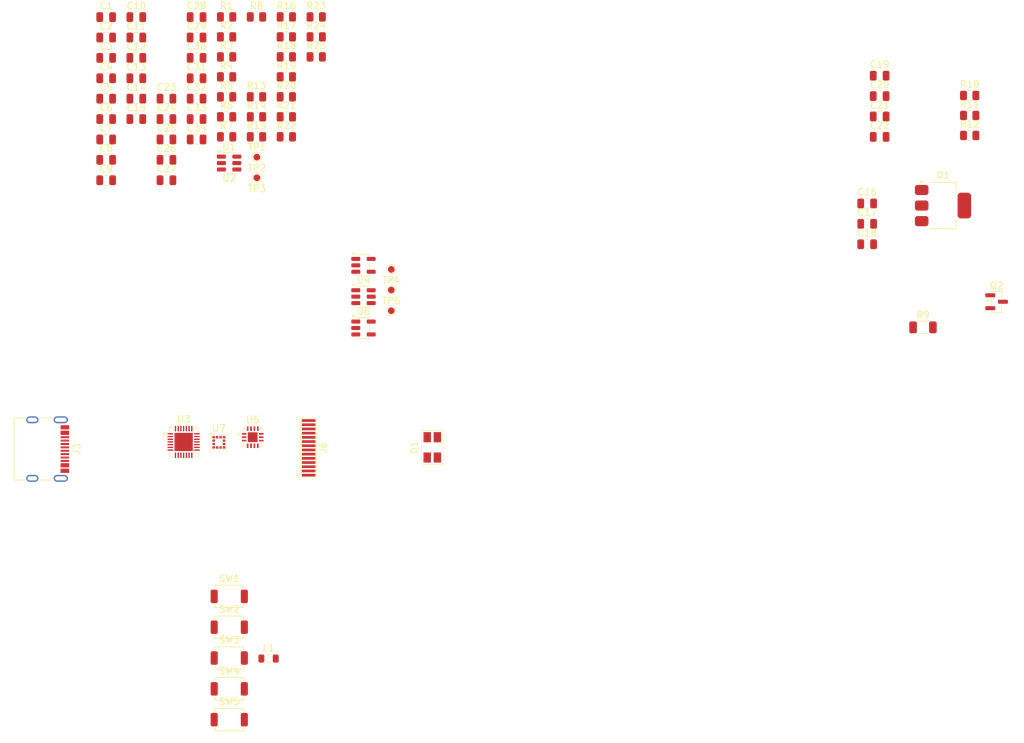
<source format=kicad_pcb>
(kicad_pcb
	(version 20241229)
	(generator "pcbnew")
	(generator_version "9.0")
	(general
		(thickness 1.6)
		(legacy_teardrops no)
	)
	(paper "A4")
	(layers
		(0 "F.Cu" signal)
		(2 "B.Cu" signal)
		(9 "F.Adhes" user "F.Adhesive")
		(11 "B.Adhes" user "B.Adhesive")
		(13 "F.Paste" user)
		(15 "B.Paste" user)
		(5 "F.SilkS" user "F.Silkscreen")
		(7 "B.SilkS" user "B.Silkscreen")
		(1 "F.Mask" user)
		(3 "B.Mask" user)
		(17 "Dwgs.User" user "User.Drawings")
		(19 "Cmts.User" user "User.Comments")
		(21 "Eco1.User" user "User.Eco1")
		(23 "Eco2.User" user "User.Eco2")
		(25 "Edge.Cuts" user)
		(27 "Margin" user)
		(31 "F.CrtYd" user "F.Courtyard")
		(29 "B.CrtYd" user "B.Courtyard")
		(35 "F.Fab" user)
		(33 "B.Fab" user)
		(39 "User.1" user)
		(41 "User.2" user)
		(43 "User.3" user)
		(45 "User.4" user)
	)
	(setup
		(pad_to_mask_clearance 0)
		(allow_soldermask_bridges_in_footprints no)
		(tenting front back)
		(pcbplotparams
			(layerselection 0x00000000_00000000_55555555_5755f5ff)
			(plot_on_all_layers_selection 0x00000000_00000000_00000000_00000000)
			(disableapertmacros no)
			(usegerberextensions no)
			(usegerberattributes yes)
			(usegerberadvancedattributes yes)
			(creategerberjobfile yes)
			(dashed_line_dash_ratio 12.000000)
			(dashed_line_gap_ratio 3.000000)
			(svgprecision 4)
			(plotframeref no)
			(mode 1)
			(useauxorigin no)
			(hpglpennumber 1)
			(hpglpenspeed 20)
			(hpglpendiameter 15.000000)
			(pdf_front_fp_property_popups yes)
			(pdf_back_fp_property_popups yes)
			(pdf_metadata yes)
			(pdf_single_document no)
			(dxfpolygonmode yes)
			(dxfimperialunits yes)
			(dxfusepcbnewfont yes)
			(psnegative no)
			(psa4output no)
			(plot_black_and_white yes)
			(sketchpadsonfab no)
			(plotpadnumbers no)
			(hidednponfab no)
			(sketchdnponfab yes)
			(crossoutdnponfab yes)
			(subtractmaskfromsilk no)
			(outputformat 1)
			(mirror no)
			(drillshape 1)
			(scaleselection 1)
			(outputdirectory "")
		)
	)
	(net 0 "")
	(net 1 "+3.3V")
	(net 2 "GND")
	(net 3 "VBUS")
	(net 4 "Net-(U4-SW)")
	(net 5 "Net-(U4-BST)")
	(net 6 "Net-(U4-FB)")
	(net 7 "/NRST")
	(net 8 "/BTN1")
	(net 9 "/BTN2")
	(net 10 "/BTN3")
	(net 11 "/TC_FB")
	(net 12 "Net-(U6--)")
	(net 13 "Net-(J6-Pin_2)")
	(net 14 "Net-(J6-Pin_1)")
	(net 15 "Net-(J6-Pin_4)")
	(net 16 "Net-(J6-Pin_3)")
	(net 17 "Net-(J6-Pin_14)")
	(net 18 "Net-(J6-Pin_13)")
	(net 19 "/BOOTSEL")
	(net 20 "Net-(D1-A2)")
	(net 21 "Net-(D1-A1)")
	(net 22 "/SCL")
	(net 23 "unconnected-(J6-Pin_6-Pad6)")
	(net 24 "/DISP_NRST")
	(net 25 "Net-(J6-Pin_12)")
	(net 26 "/SDA")
	(net 27 "/SHUNT_L")
	(net 28 "Net-(Q1-G)")
	(net 29 "/TIP_H")
	(net 30 "Net-(Q2-C)")
	(net 31 "Net-(Q2-B)")
	(net 32 "Net-(J3-SHIELD)")
	(net 33 "/SWDIO")
	(net 34 "Net-(J3-D--PadA7)")
	(net 35 "/D-")
	(net 36 "/D+")
	(net 37 "Net-(J3-D+-PadA6)")
	(net 38 "/HEATER_ON")
	(net 39 "Net-(U2-+)")
	(net 40 "Net-(U2--)")
	(net 41 "/CURR_FB")
	(net 42 "/VBUS_FB")
	(net 43 "/TIP_K")
	(net 44 "Net-(U6-+)")
	(net 45 "Net-(R23-Pad2)")
	(net 46 "/LED_B")
	(net 47 "/LED_A")
	(net 48 "/PA15")
	(net 49 "/PD0")
	(net 50 "/PD1")
	(net 51 "/CC2")
	(net 52 "/CC1")
	(net 53 "/LED_RING")
	(net 54 "/ACC_INT1")
	(net 55 "/SWCLK")
	(net 56 "/INT_N")
	(net 57 "/ACC_INT2")
	(net 58 "unconnected-(U7-~{CS}-Pad10)")
	(footprint "Capacitor_SMD:C_0805_2012Metric" (layer "F.Cu") (at 114.05 28.51))
	(footprint "Capacitor_SMD:C_0805_2012Metric" (layer "F.Cu") (at 109.6 40.55))
	(footprint "Package_TO_SOT_SMD:SOT-23-6" (layer "F.Cu") (at 127.75 41.025))
	(footprint "Resistor_SMD:R_0805_2012Metric" (layer "F.Cu") (at 136.2 31.25))
	(footprint "Button_Switch_SMD:SW_SPST_TS-1088-xR020" (layer "F.Cu") (at 127.775 105))
	(footprint "Package_TO_SOT_SMD:SOT-23-5" (layer "F.Cu") (at 147.5925 56.125))
	(footprint "Resistor_SMD:R_0805_2012Metric" (layer "F.Cu") (at 127.38 37.15))
	(footprint "Capacitor_SMD:C_0805_2012Metric" (layer "F.Cu") (at 221.95 53.01))
	(footprint "Resistor_SMD:R_0805_2012Metric" (layer "F.Cu") (at 127.38 34.2))
	(footprint "Capacitor_SMD:C_0805_2012Metric" (layer "F.Cu") (at 122.95 22.49))
	(footprint "Capacitor_SMD:C_0805_2012Metric" (layer "F.Cu") (at 122.95 28.51))
	(footprint "Capacitor_SMD:C_0805_2012Metric" (layer "F.Cu") (at 109.6 31.52))
	(footprint "Inductor_SMD:L_0805_2012Metric" (layer "F.Cu") (at 133.575 114.18))
	(footprint "Resistor_SMD:R_0805_2012Metric" (layer "F.Cu") (at 136.2 37.15))
	(footprint "Capacitor_SMD:C_0805_2012Metric" (layer "F.Cu") (at 221.95 46.99))
	(footprint "Resistor_SMD:R_0805_2012Metric" (layer "F.Cu") (at 136.2 28.3))
	(footprint "Package_TO_SOT_SMD:SOT-23-5" (layer "F.Cu") (at 147.5925 65.375))
	(footprint "TestPoint:TestPoint_Pad_D1.0mm" (layer "F.Cu") (at 151.6925 56.725))
	(footprint "Capacitor_SMD:C_0805_2012Metric" (layer "F.Cu") (at 114.05 34.53))
	(footprint "Capacitor_SMD:C_0805_2012Metric" (layer "F.Cu") (at 223.7975 28.13))
	(footprint "Resistor_SMD:R_0805_2012Metric" (layer "F.Cu") (at 140.61 19.45))
	(footprint "Capacitor_SMD:C_0805_2012Metric" (layer "F.Cu") (at 114.05 19.48))
	(footprint "TestPoint:TestPoint_Pad_D1.0mm" (layer "F.Cu") (at 131.85 40.15))
	(footprint "Connector_USB:USB_C_Receptacle_G-Switch_GT-USB-7010ASV" (layer "F.Cu") (at 99.775 83.25 -90))
	(footprint "Resistor_SMD:R_0805_2012Metric" (layer "F.Cu") (at 127.38 25.35))
	(footprint "Capacitor_SMD:C_0805_2012Metric" (layer "F.Cu") (at 122.95 25.5))
	(footprint "Resistor_SMD:R_0805_2012Metric" (layer "F.Cu") (at 237.0875 34))
	(footprint "Capacitor_SMD:C_0805_2012Metric" (layer "F.Cu") (at 223.7975 37.16))
	(footprint "Capacitor_SMD:C_0805_2012Metric" (layer "F.Cu") (at 223.7975 34.15))
	(footprint "Capacitor_SMD:C_0805_2012Metric" (layer "F.Cu") (at 114.05 22.49))
	(footprint "Resistor_SMD:R_0805_2012Metric" (layer "F.Cu") (at 131.79 37.15))
	(footprint "Resistor_SMD:R_1206_3216Metric" (layer "F.Cu") (at 230.1925 65.28))
	(footprint "Capacitor_SMD:C_0805_2012Metric" (layer "F.Cu") (at 118.5 43.56))
	(footprint "Capacitor_SMD:C_0805_2012Metric" (layer "F.Cu") (at 223.7975 31.14))
	(footprint "Resistor_SMD:R_0805_2012Metric" (layer "F.Cu") (at 140.61 22.4))
	(footprint "Capacitor_SMD:C_0805_2012Metric" (layer "F.Cu") (at 114.05 31.52))
	(footprint "Capacitor_SMD:C_0805_2012Metric" (layer "F.Cu") (at 109.6 28.51))
	(footprint "Capacitor_SMD:C_0805_2012Metric" (layer "F.Cu") (at 114.05 25.5))
	(footprint "Custom:FPC_14" (layer "F.Cu") (at 139.5 83.07 90))
	(footprint "Capacitor_SMD:C_0805_2012Metric" (layer "F.Cu") (at 109.6 34.53))
	(footprint "Package_TO_SOT_SMD:TSOT-23-6" (layer "F.Cu") (at 147.5925 60.75))
	(footprint "Package_LGA:LGA-12_2x2mm_P0.5mm" (layer "F.Cu") (at 126.2375 82.25))
	(footprint "Package_DFN_QFN:WQFN-28-1EP_4x4mm_P0.4mm_EP2.7x2.7mm" (layer "F.Cu") (at 121.0375 82.2))
	(footprint "Resistor_SMD:R_0805_2012Metric" (layer "F.Cu") (at 131.79 19.45))
	(footprint "Capacitor_SMD:C_0805_2012Metric" (layer "F.Cu") (at 122.95 19.48))
	(footprint "Capacitor_SMD:C_0805_2012Metric" (layer "F.Cu") (at 122.95 34.53))
	(footprint "Resistor_SMD:R_0805_2012Metric" (layer "F.Cu") (at 131.79 31.25))
	(footprint "Resistor_SMD:R_0805_2012Metric" (layer "F.Cu") (at 136.2 25.35))
	(footprint "Resistor_SMD:R_0805_2012Metric" (layer "F.Cu") (at 131.79 34.2))
	(footprint "Resistor_SMD:R_0805_2012Metric" (layer "F.Cu") (at 140.61 25.35))
	(footprint "Capacitor_SMD:C_0805_2012Metric"
		(layer "F.Cu")
		(uuid "a94e1ad4-e73e-4030-9ead-3bed2fcbff14")
		(at 109.6 43.56)
		(descr "Capacitor SMD 0805 (2012 Metric), square (rectangular) end terminal, IPC-7351 nominal, (Body size source: IPC-SM-782 page 76, https://www.pcb-3d.com/wordpress/wp-content/uploads/ipc-sm-782a_amendment_1_and_2.pdf, https://docs.google.com/spreadsheets/d/1BsfQQcO9C6DZCsRaXUlFlo91Tg2WpOkGARC1WS5S8t0/edit?usp=sharing), generated with kicad-footprint-generator")
		(tags "capacitor")
		(property "Reference" "C9"
			(at 0 -1.68 0)
			(layer "F.SilkS")
			(uuid "eb0e6450-1d2f-4312-a8f5-b1c7dd214d06")
			(effects
				(font
					(size 1 1)
					(thickness 0.15)
				)
			)
		)
		(property "Value" "100n"
			(at 0 1.68 0)
			(layer "F.Fab")
			(uuid "4b7f9be3-4e77-4637-b595-5b90b22fbfa0")
			(effects
				(font
					(size 1 1)
					(thickness 0.15)
				)
			)
		)
		(property "Datasheet" "~"
			(at 0 0 0)
			(layer "F.Fab")
			(hide yes)
			(uuid "55225440-111e-4c70-8b98-814b339ec803")
			(effects
				(font
					(size 1.27 1.27)
					(thickness 0.15)
				)
			)
		)
		(property "Description" "Unpolarized capacitor, small symbol"
			(at 0 0 0)
			(layer "F.Fab")
			(hide yes)
			(uuid "dbaf2da3-1470-4885-a341-c54b4279729d")
			(effects
				(font
					(size 1.27 1.27)
					(thickness 0.15)
				)
			)
		)
		(property ki_fp_filters "C_*")
		(path "/873555b0-3cbd-499d-a002-fd48e038b512")
		(sheetname "/")
		(sheetfile "usbc_soldering_iron.kicad_sch")
		(attr smd)
		(fp_line
			(start -0.261252 -0.735)
			(end 0.261252 -0.735)
			(stroke
				(width 0.12)
				(type solid)
			)
			(layer "F.SilkS")
			(uuid "40b6e2c4-f58f-4090-892f-b611a19e2806")
		)
		(fp_line
			(start -0.261252 0.735)
			(end 0.261252 0.735)
			(stroke
				(width 0.12)
				(type solid)
			)
			(layer "F.SilkS")
			(uuid "3a809f28-fa11-4550-bef5-2ede0e46a7ae")
		)
		(fp_rect
			(start -1.7 -0.98)
			(end 1.7 0.98)
			(stroke
				(width 0.05)
				(type solid)
			)
			(fill no)
			(layer "F.CrtYd")
			(uuid "fed8e3dc-6dc9-45f2-a1f5-b3e2fe0107ee")
		)
		(fp_rect
			(start -1 -0.6
... [116563 chars truncated]
</source>
